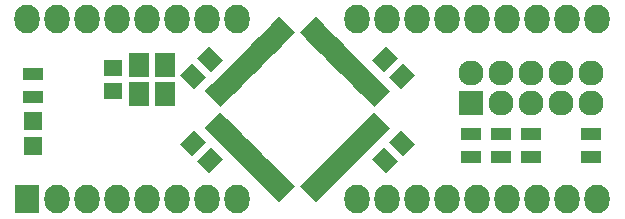
<source format=gts>
G04 #@! TF.FileFunction,Soldermask,Top*
%FSLAX46Y46*%
G04 Gerber Fmt 4.6, Leading zero omitted, Abs format (unit mm)*
G04 Created by KiCad (PCBNEW (2015-08-16 BZR 6097, Git b384c94)-product) date 11/17/2015 9:28:50 PM*
%MOMM*%
G01*
G04 APERTURE LIST*
%ADD10C,0.100000*%
%ADD11R,2.127200X2.127200*%
%ADD12O,2.127200X2.127200*%
%ADD13R,1.800000X2.000000*%
%ADD14R,1.650000X1.400000*%
%ADD15R,1.700000X1.100000*%
%ADD16R,1.598880X1.598880*%
%ADD17O,2.127200X2.432000*%
%ADD18R,2.127200X2.432000*%
G04 APERTURE END LIST*
D10*
D11*
X149352000Y-87884000D03*
D12*
X149352000Y-85344000D03*
X151892000Y-87884000D03*
X151892000Y-85344000D03*
X154432000Y-87884000D03*
X154432000Y-85344000D03*
X156972000Y-87884000D03*
X156972000Y-85344000D03*
X159512000Y-87884000D03*
X159512000Y-85344000D03*
D13*
X123424000Y-87102000D03*
X121174000Y-87102000D03*
X123424000Y-84602000D03*
X121174000Y-84602000D03*
D10*
G36*
X127425188Y-90601709D02*
X126753437Y-89929958D01*
X128096940Y-88586455D01*
X128768691Y-89258206D01*
X127425188Y-90601709D01*
X127425188Y-90601709D01*
G37*
G36*
X127990874Y-91167394D02*
X127319123Y-90495643D01*
X128662626Y-89152140D01*
X129334377Y-89823891D01*
X127990874Y-91167394D01*
X127990874Y-91167394D01*
G37*
G36*
X128556559Y-91733079D02*
X127884808Y-91061328D01*
X129228311Y-89717825D01*
X129900062Y-90389576D01*
X128556559Y-91733079D01*
X128556559Y-91733079D01*
G37*
G36*
X129122244Y-92298765D02*
X128450493Y-91627014D01*
X129793996Y-90283511D01*
X130465747Y-90955262D01*
X129122244Y-92298765D01*
X129122244Y-92298765D01*
G37*
G36*
X129687930Y-92864450D02*
X129016179Y-92192699D01*
X130359682Y-90849196D01*
X131031433Y-91520947D01*
X129687930Y-92864450D01*
X129687930Y-92864450D01*
G37*
G36*
X130253615Y-93430136D02*
X129581864Y-92758385D01*
X130925367Y-91414882D01*
X131597118Y-92086633D01*
X130253615Y-93430136D01*
X130253615Y-93430136D01*
G37*
G36*
X130819301Y-93995821D02*
X130147550Y-93324070D01*
X131491053Y-91980567D01*
X132162804Y-92652318D01*
X130819301Y-93995821D01*
X130819301Y-93995821D01*
G37*
G36*
X131384986Y-94561507D02*
X130713235Y-93889756D01*
X132056738Y-92546253D01*
X132728489Y-93218004D01*
X131384986Y-94561507D01*
X131384986Y-94561507D01*
G37*
G36*
X131950672Y-95127192D02*
X131278921Y-94455441D01*
X132622424Y-93111938D01*
X133294175Y-93783689D01*
X131950672Y-95127192D01*
X131950672Y-95127192D01*
G37*
G36*
X132516357Y-95692877D02*
X131844606Y-95021126D01*
X133188109Y-93677623D01*
X133859860Y-94349374D01*
X132516357Y-95692877D01*
X132516357Y-95692877D01*
G37*
G36*
X133082042Y-96258563D02*
X132410291Y-95586812D01*
X133753794Y-94243309D01*
X134425545Y-94915060D01*
X133082042Y-96258563D01*
X133082042Y-96258563D01*
G37*
G36*
X136829709Y-95586812D02*
X136157958Y-96258563D01*
X134814455Y-94915060D01*
X135486206Y-94243309D01*
X136829709Y-95586812D01*
X136829709Y-95586812D01*
G37*
G36*
X137395394Y-95021126D02*
X136723643Y-95692877D01*
X135380140Y-94349374D01*
X136051891Y-93677623D01*
X137395394Y-95021126D01*
X137395394Y-95021126D01*
G37*
G36*
X137961079Y-94455441D02*
X137289328Y-95127192D01*
X135945825Y-93783689D01*
X136617576Y-93111938D01*
X137961079Y-94455441D01*
X137961079Y-94455441D01*
G37*
G36*
X138526765Y-93889756D02*
X137855014Y-94561507D01*
X136511511Y-93218004D01*
X137183262Y-92546253D01*
X138526765Y-93889756D01*
X138526765Y-93889756D01*
G37*
G36*
X139092450Y-93324070D02*
X138420699Y-93995821D01*
X137077196Y-92652318D01*
X137748947Y-91980567D01*
X139092450Y-93324070D01*
X139092450Y-93324070D01*
G37*
G36*
X139658136Y-92758385D02*
X138986385Y-93430136D01*
X137642882Y-92086633D01*
X138314633Y-91414882D01*
X139658136Y-92758385D01*
X139658136Y-92758385D01*
G37*
G36*
X140223821Y-92192699D02*
X139552070Y-92864450D01*
X138208567Y-91520947D01*
X138880318Y-90849196D01*
X140223821Y-92192699D01*
X140223821Y-92192699D01*
G37*
G36*
X140789507Y-91627014D02*
X140117756Y-92298765D01*
X138774253Y-90955262D01*
X139446004Y-90283511D01*
X140789507Y-91627014D01*
X140789507Y-91627014D01*
G37*
G36*
X141355192Y-91061328D02*
X140683441Y-91733079D01*
X139339938Y-90389576D01*
X140011689Y-89717825D01*
X141355192Y-91061328D01*
X141355192Y-91061328D01*
G37*
G36*
X141920877Y-90495643D02*
X141249126Y-91167394D01*
X139905623Y-89823891D01*
X140577374Y-89152140D01*
X141920877Y-90495643D01*
X141920877Y-90495643D01*
G37*
G36*
X142486563Y-89929958D02*
X141814812Y-90601709D01*
X140471309Y-89258206D01*
X141143060Y-88586455D01*
X142486563Y-89929958D01*
X142486563Y-89929958D01*
G37*
G36*
X141143060Y-88197545D02*
X140471309Y-87525794D01*
X141814812Y-86182291D01*
X142486563Y-86854042D01*
X141143060Y-88197545D01*
X141143060Y-88197545D01*
G37*
G36*
X140577374Y-87631860D02*
X139905623Y-86960109D01*
X141249126Y-85616606D01*
X141920877Y-86288357D01*
X140577374Y-87631860D01*
X140577374Y-87631860D01*
G37*
G36*
X140011689Y-87066175D02*
X139339938Y-86394424D01*
X140683441Y-85050921D01*
X141355192Y-85722672D01*
X140011689Y-87066175D01*
X140011689Y-87066175D01*
G37*
G36*
X139446004Y-86500489D02*
X138774253Y-85828738D01*
X140117756Y-84485235D01*
X140789507Y-85156986D01*
X139446004Y-86500489D01*
X139446004Y-86500489D01*
G37*
G36*
X138880318Y-85934804D02*
X138208567Y-85263053D01*
X139552070Y-83919550D01*
X140223821Y-84591301D01*
X138880318Y-85934804D01*
X138880318Y-85934804D01*
G37*
G36*
X138314633Y-85369118D02*
X137642882Y-84697367D01*
X138986385Y-83353864D01*
X139658136Y-84025615D01*
X138314633Y-85369118D01*
X138314633Y-85369118D01*
G37*
G36*
X137748947Y-84803433D02*
X137077196Y-84131682D01*
X138420699Y-82788179D01*
X139092450Y-83459930D01*
X137748947Y-84803433D01*
X137748947Y-84803433D01*
G37*
G36*
X137183262Y-84237747D02*
X136511511Y-83565996D01*
X137855014Y-82222493D01*
X138526765Y-82894244D01*
X137183262Y-84237747D01*
X137183262Y-84237747D01*
G37*
G36*
X136617576Y-83672062D02*
X135945825Y-83000311D01*
X137289328Y-81656808D01*
X137961079Y-82328559D01*
X136617576Y-83672062D01*
X136617576Y-83672062D01*
G37*
G36*
X136051891Y-83106377D02*
X135380140Y-82434626D01*
X136723643Y-81091123D01*
X137395394Y-81762874D01*
X136051891Y-83106377D01*
X136051891Y-83106377D01*
G37*
G36*
X135486206Y-82540691D02*
X134814455Y-81868940D01*
X136157958Y-80525437D01*
X136829709Y-81197188D01*
X135486206Y-82540691D01*
X135486206Y-82540691D01*
G37*
G36*
X134425545Y-81868940D02*
X133753794Y-82540691D01*
X132410291Y-81197188D01*
X133082042Y-80525437D01*
X134425545Y-81868940D01*
X134425545Y-81868940D01*
G37*
G36*
X133859860Y-82434626D02*
X133188109Y-83106377D01*
X131844606Y-81762874D01*
X132516357Y-81091123D01*
X133859860Y-82434626D01*
X133859860Y-82434626D01*
G37*
G36*
X133294175Y-83000311D02*
X132622424Y-83672062D01*
X131278921Y-82328559D01*
X131950672Y-81656808D01*
X133294175Y-83000311D01*
X133294175Y-83000311D01*
G37*
G36*
X132728489Y-83565996D02*
X132056738Y-84237747D01*
X130713235Y-82894244D01*
X131384986Y-82222493D01*
X132728489Y-83565996D01*
X132728489Y-83565996D01*
G37*
G36*
X132162804Y-84131682D02*
X131491053Y-84803433D01*
X130147550Y-83459930D01*
X130819301Y-82788179D01*
X132162804Y-84131682D01*
X132162804Y-84131682D01*
G37*
G36*
X131597118Y-84697367D02*
X130925367Y-85369118D01*
X129581864Y-84025615D01*
X130253615Y-83353864D01*
X131597118Y-84697367D01*
X131597118Y-84697367D01*
G37*
G36*
X131031433Y-85263053D02*
X130359682Y-85934804D01*
X129016179Y-84591301D01*
X129687930Y-83919550D01*
X131031433Y-85263053D01*
X131031433Y-85263053D01*
G37*
G36*
X130465747Y-85828738D02*
X129793996Y-86500489D01*
X128450493Y-85156986D01*
X129122244Y-84485235D01*
X130465747Y-85828738D01*
X130465747Y-85828738D01*
G37*
G36*
X129900062Y-86394424D02*
X129228311Y-87066175D01*
X127884808Y-85722672D01*
X128556559Y-85050921D01*
X129900062Y-86394424D01*
X129900062Y-86394424D01*
G37*
G36*
X129334377Y-86960109D02*
X128662626Y-87631860D01*
X127319123Y-86288357D01*
X127990874Y-85616606D01*
X129334377Y-86960109D01*
X129334377Y-86960109D01*
G37*
G36*
X128768691Y-87525794D02*
X128096940Y-88197545D01*
X126753437Y-86854042D01*
X127425188Y-86182291D01*
X128768691Y-87525794D01*
X128768691Y-87525794D01*
G37*
G36*
X140962555Y-84217281D02*
X142129281Y-83050555D01*
X143119231Y-84040505D01*
X141952505Y-85207231D01*
X140962555Y-84217281D01*
X140962555Y-84217281D01*
G37*
G36*
X142376769Y-85631495D02*
X143543495Y-84464769D01*
X144533445Y-85454719D01*
X143366719Y-86621445D01*
X142376769Y-85631495D01*
X142376769Y-85631495D01*
G37*
G36*
X142129281Y-93733445D02*
X140962555Y-92566719D01*
X141952505Y-91576769D01*
X143119231Y-92743495D01*
X142129281Y-93733445D01*
X142129281Y-93733445D01*
G37*
G36*
X143543495Y-92319231D02*
X142376769Y-91152505D01*
X143366719Y-90162555D01*
X144533445Y-91329281D01*
X143543495Y-92319231D01*
X143543495Y-92319231D01*
G37*
D14*
X118999000Y-84852000D03*
X118999000Y-86852000D03*
D10*
G36*
X128277445Y-92566719D02*
X127110719Y-93733445D01*
X126120769Y-92743495D01*
X127287495Y-91576769D01*
X128277445Y-92566719D01*
X128277445Y-92566719D01*
G37*
G36*
X126863231Y-91152505D02*
X125696505Y-92319231D01*
X124706555Y-91329281D01*
X125873281Y-90162555D01*
X126863231Y-91152505D01*
X126863231Y-91152505D01*
G37*
G36*
X127110719Y-83050555D02*
X128277445Y-84217281D01*
X127287495Y-85207231D01*
X126120769Y-84040505D01*
X127110719Y-83050555D01*
X127110719Y-83050555D01*
G37*
G36*
X125696505Y-84464769D02*
X126863231Y-85631495D01*
X125873281Y-86621445D01*
X124706555Y-85454719D01*
X125696505Y-84464769D01*
X125696505Y-84464769D01*
G37*
D15*
X112268000Y-85410000D03*
X112268000Y-87310000D03*
X149352000Y-90490000D03*
X149352000Y-92390000D03*
X151892000Y-90490000D03*
X151892000Y-92390000D03*
X154432000Y-90490000D03*
X154432000Y-92390000D03*
X159512000Y-90490000D03*
X159512000Y-92390000D03*
D16*
X112268000Y-91473020D03*
X112268000Y-89374980D03*
D17*
X139700000Y-80772000D03*
X111760000Y-80772000D03*
X114300000Y-80772000D03*
X116840000Y-80772000D03*
X119380000Y-80772000D03*
X121920000Y-80772000D03*
X124460000Y-80772000D03*
X127000000Y-80772000D03*
X129540000Y-80772000D03*
X144780000Y-80772000D03*
X147320000Y-80772000D03*
X149860000Y-80772000D03*
X152400000Y-80772000D03*
X154940000Y-80772000D03*
X157480000Y-80772000D03*
X160020000Y-80772000D03*
X142240000Y-80772000D03*
X139700000Y-96012000D03*
D18*
X111760000Y-96012000D03*
D17*
X114300000Y-96012000D03*
X116840000Y-96012000D03*
X119380000Y-96012000D03*
X121920000Y-96012000D03*
X124460000Y-96012000D03*
X127000000Y-96012000D03*
X129540000Y-96012000D03*
X144780000Y-96012000D03*
X147320000Y-96012000D03*
X149860000Y-96012000D03*
X152400000Y-96012000D03*
X154940000Y-96012000D03*
X157480000Y-96012000D03*
X160020000Y-96012000D03*
X142240000Y-96012000D03*
M02*

</source>
